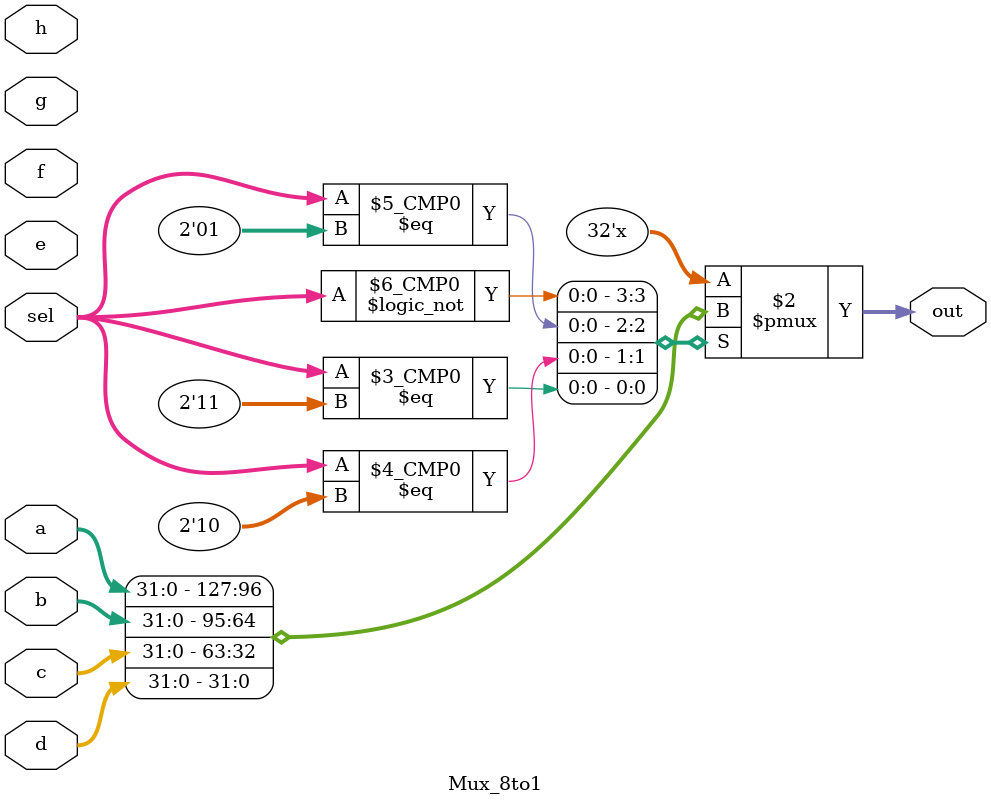
<source format=v>
module Mux_8to1 (
    input [31:0] a, b, c, d, e, f, g, h,
    input [1:0] sel,
    output reg [31:0] out
);

    always @(*) begin
        case (sel)
            2'b000: out = a;
            2'b001: out = b;
            2'b010: out = c;
            2'b011: out = d;
            2'b100: out = e;
            2'b101: out = f;
            2'b110: out = g;
            2'b111: out = h;
            default: out = 32'd0;
        endcase
    end

endmodule
</source>
